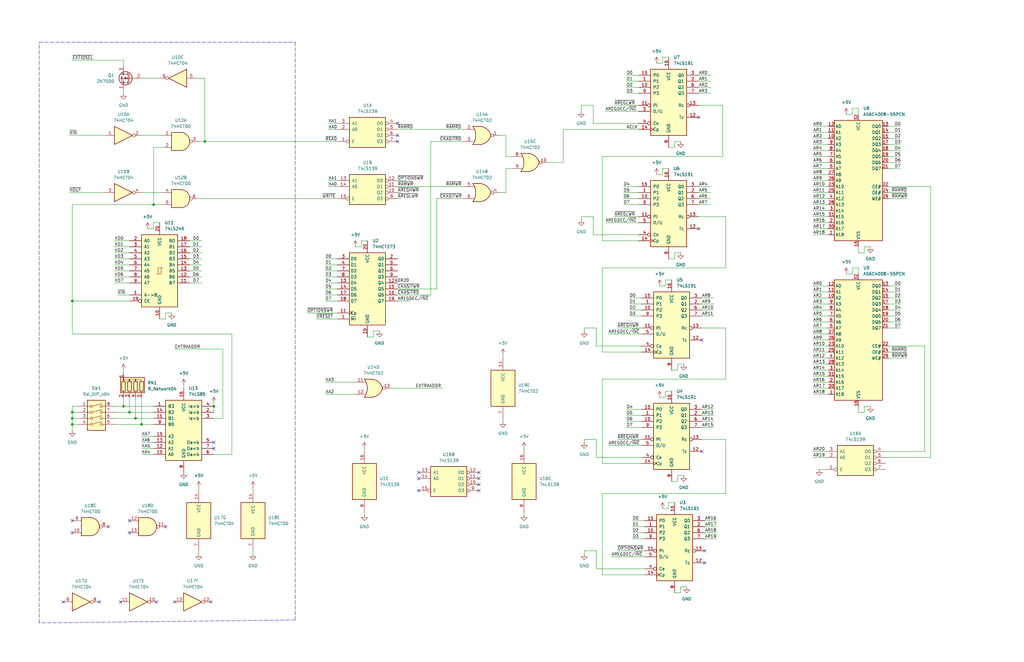
<source format=kicad_sch>
(kicad_sch (version 20211123) (generator eeschema)
  (paper "B")
  (title_block (title "TRS-80 Serial RAM Buffer") (rev "A"))
  (junction (at 86.36 59.69))
  (junction (at 54.61 173.99))
  (junction (at 30.48 173.99))
  (junction (at 57.15 176.53))
  (junction (at 30.48 176.53))
  (junction (at 90.17 171.45))
  (junction (at 30.48 127))
  (junction (at 52.07 171.45))
  (junction (at 30.48 179.07))
  (junction (at 59.69 179.07))
  (junction (at 64.77 86.36))
  (no_connect (at 90.17 186.69))
  (no_connect (at 90.17 189.23))
  (no_connect (at 297.18 232.41))
  (no_connect (at 176.53 201.93))
  (no_connect (at 295.91 143.51))
  (no_connect (at 294.64 96.52))
  (no_connect (at 294.64 49.53))
  (no_connect (at 295.91 190.5))
  (no_connect (at 297.18 237.49))
  (no_connect (at 176.53 199.39))
  (no_connect (at 167.64 59.69))
  (no_connect (at 167.64 52.07))
  (no_connect (at 167.64 57.15))
  (no_connect (at 176.53 207.01))
  (no_connect (at 201.93 207.01))
  (no_connect (at 201.93 204.47))
  (no_connect (at 201.93 201.93))
  (no_connect (at 201.93 199.39))
  (no_connect (at -11.43 162.56))
  (no_connect (at 30.48 219.71))
  (no_connect (at 54.61 219.71))
  (no_connect (at 54.61 224.79))
  (no_connect (at 69.85 222.25))
  (no_connect (at 30.48 224.79))
  (no_connect (at 45.72 222.25))
  (no_connect (at 41.91 254))
  (no_connect (at 50.8 254))
  (no_connect (at 26.67 254))
  (no_connect (at 66.04 254))
  (no_connect (at 73.66 254))
  (no_connect (at 88.9 254))
  (wire (pts (xy 259.08 44.45) (xy 269.24 44.45)))
  (wire (pts (xy 342.9 88.9) (xy 349.25 88.9)))
  (wire (pts (xy 280.67 118.11) (xy 283.21 118.11)))
  (wire (pts (xy 152.4 104.14) (xy 152.4 101.6)))
  (wire (pts (xy 342.9 135.89) (xy 349.25 135.89)))
  (wire (pts (xy 287.02 250.19) (xy 287.02 247.65)))
  (wire (pts (xy 59.69 81.28) (xy 68.58 81.28)))
  (wire (pts (xy 251.46 146.05) (xy 270.51 146.05)))
  (wire (pts (xy 29.21 81.28) (xy 44.45 81.28)))
  (wire (pts (xy 283.21 156.21) (xy 285.75 156.21)))
  (wire (pts (xy 285.75 200.66) (xy 288.29 200.66)))
  (wire (pts (xy 264.16 172.72) (xy 270.51 172.72)))
  (wire (pts (xy 342.9 120.65) (xy 349.25 120.65)))
  (wire (pts (xy 250.19 44.45) (xy 245.11 44.45)))
  (wire (pts (xy 342.9 153.67) (xy 349.25 153.67)))
  (wire (pts (xy 181.61 124.46) (xy 181.61 59.69)))
  (wire (pts (xy 80.01 104.14) (xy 85.09 104.14)))
  (wire (pts (xy 359.41 115.57) (xy 359.41 113.03)))
  (wire (pts (xy 266.7 219.71) (xy 271.78 219.71)))
  (wire (pts (xy 359.41 48.26) (xy 359.41 45.72)))
  (wire (pts (xy 86.36 33.02) (xy 86.36 59.69)))
  (wire (pts (xy 254 195.58) (xy 270.51 195.58)))
  (wire (pts (xy 29.21 57.15) (xy 44.45 57.15)))
  (wire (pts (xy 57.15 167.64) (xy 57.15 176.53)))
  (wire (pts (xy 264.16 175.26) (xy 270.51 175.26)))
  (wire (pts (xy 281.94 212.09) (xy 284.48 212.09)))
  (wire (pts (xy 106.68 205.74) (xy 106.68 207.01)))
  (wire (pts (xy 260.35 138.43) (xy 270.51 138.43)))
  (wire (pts (xy 342.9 140.97) (xy 349.25 140.97)))
  (wire (pts (xy 167.64 119.38) (xy 166.37 119.38)))
  (wire (pts (xy 30.48 179.07) (xy 33.02 179.07)))
  (wire (pts (xy 165.1 163.83) (xy 186.69 163.83)))
  (wire (pts (xy 30.48 173.99) (xy 33.02 173.99)))
  (wire (pts (xy 64.77 179.07) (xy 59.69 179.07)))
  (wire (pts (xy 264.16 31.75) (xy 269.24 31.75)))
  (wire (pts (xy 57.15 176.53) (xy 64.77 176.53)))
  (wire (pts (xy 250.19 99.06) (xy 269.24 99.06)))
  (wire (pts (xy 30.48 181.61) (xy 30.48 179.07)))
  (wire (pts (xy 83.82 205.74) (xy 83.82 207.01)))
  (wire (pts (xy 251.46 138.43) (xy 246.38 138.43)))
  (wire (pts (xy 300.99 133.35) (xy 295.91 133.35)))
  (wire (pts (xy 255.27 93.98) (xy 269.24 93.98)))
  (wire (pts (xy 83.82 83.82) (xy 142.24 83.82)))
  (wire (pts (xy 281.94 109.22) (xy 284.48 109.22)))
  (wire (pts (xy 264.16 39.37) (xy 269.24 39.37)))
  (wire (pts (xy 276.86 73.66) (xy 279.4 73.66)))
  (wire (pts (xy 246.38 232.41) (xy 246.38 233.68)))
  (wire (pts (xy 86.36 33.02) (xy 82.55 33.02)))
  (wire (pts (xy 300.99 130.81) (xy 295.91 130.81)))
  (wire (pts (xy 250.19 91.44) (xy 245.11 91.44)))
  (wire (pts (xy 167.64 78.74) (xy 195.58 78.74)))
  (wire (pts (xy 48.26 114.3) (xy 54.61 114.3)))
  (wire (pts (xy 251.46 232.41) (xy 246.38 232.41)))
  (wire (pts (xy 86.36 59.69) (xy 142.24 59.69)))
  (wire (pts (xy 137.16 127) (xy 142.24 127)))
  (wire (pts (xy 80.01 111.76) (xy 85.09 111.76)))
  (wire (pts (xy 67.31 33.02) (xy 59.69 33.02)))
  (wire (pts (xy 304.8 66.04) (xy 254 66.04)))
  (wire (pts (xy 342.9 166.37) (xy 349.25 166.37)))
  (wire (pts (xy 59.69 189.23) (xy 64.77 189.23)))
  (wire (pts (xy 265.43 128.27) (xy 270.51 128.27)))
  (wire (pts (xy 284.48 106.68) (xy 287.02 106.68)))
  (wire (pts (xy 138.43 52.07) (xy 142.24 52.07)))
  (wire (pts (xy 137.16 109.22) (xy 142.24 109.22)))
  (wire (pts (xy 389.89 146.05) (xy 389.89 190.5)))
  (wire (pts (xy 280.67 167.64) (xy 280.67 165.1)))
  (wire (pts (xy 364.49 106.68) (xy 364.49 104.14)))
  (wire (pts (xy 69.85 134.62) (xy 69.85 132.08)))
  (wire (pts (xy 97.79 191.77) (xy 97.79 140.97)))
  (wire (pts (xy 279.4 26.67) (xy 279.4 24.13)))
  (wire (pts (xy 342.9 146.05) (xy 349.25 146.05)))
  (wire (pts (xy 280.67 120.65) (xy 280.67 118.11)))
  (wire (pts (xy 285.75 203.2) (xy 285.75 200.66)))
  (wire (pts (xy 52.07 156.21) (xy 52.07 157.48)))
  (wire (pts (xy 285.75 156.21) (xy 285.75 153.67)))
  (wire (pts (xy 260.35 232.41) (xy 271.78 232.41)))
  (wire (pts (xy 251.46 193.04) (xy 270.51 193.04)))
  (wire (pts (xy 262.89 81.28) (xy 269.24 81.28)))
  (polyline (pts (xy 16.51 262.89) (xy 16.51 17.78)))
  (wire (pts (xy 30.48 86.36) (xy 30.48 127)))
  (wire (pts (xy 299.72 36.83) (xy 294.64 36.83)))
  (wire (pts (xy 281.94 62.23) (xy 284.48 62.23)))
  (wire (pts (xy 342.9 63.5) (xy 349.25 63.5)))
  (wire (pts (xy 52.07 167.64) (xy 52.07 171.45)))
  (wire (pts (xy 137.16 161.29) (xy 149.86 161.29)))
  (wire (pts (xy 48.26 101.6) (xy 54.61 101.6)))
  (wire (pts (xy 265.43 130.81) (xy 270.51 130.81)))
  (wire (pts (xy 64.77 93.98) (xy 67.31 93.98)))
  (wire (pts (xy 342.9 130.81) (xy 349.25 130.81)))
  (wire (pts (xy 283.21 203.2) (xy 285.75 203.2)))
  (wire (pts (xy 300.99 180.34) (xy 295.91 180.34)))
  (wire (pts (xy 259.08 91.44) (xy 269.24 91.44)))
  (wire (pts (xy 77.47 162.56) (xy 77.47 163.83)))
  (wire (pts (xy 172.72 127) (xy 167.64 127)))
  (wire (pts (xy 157.48 139.7) (xy 160.02 139.7)))
  (wire (pts (xy 251.46 185.42) (xy 246.38 185.42)))
  (wire (pts (xy 256.54 187.96) (xy 270.51 187.96)))
  (wire (pts (xy 284.48 62.23) (xy 284.48 59.69)))
  (wire (pts (xy 52.07 39.37) (xy 52.07 38.1)))
  (wire (pts (xy 342.9 68.58) (xy 349.25 68.58)))
  (wire (pts (xy 64.77 86.36) (xy 64.77 62.23)))
  (wire (pts (xy 364.49 104.14) (xy 367.03 104.14)))
  (wire (pts (xy 168.91 83.82) (xy 167.64 83.82)))
  (wire (pts (xy 64.77 62.23) (xy 68.58 62.23)))
  (wire (pts (xy 80.01 101.6) (xy 85.09 101.6)))
  (wire (pts (xy 374.65 138.43) (xy 379.73 138.43)))
  (wire (pts (xy 93.98 147.32) (xy 73.66 147.32)))
  (wire (pts (xy 300.99 125.73) (xy 295.91 125.73)))
  (wire (pts (xy 382.27 151.13) (xy 374.65 151.13)))
  (wire (pts (xy 48.26 116.84) (xy 54.61 116.84)))
  (wire (pts (xy 254 101.6) (xy 269.24 101.6)))
  (wire (pts (xy 389.89 190.5) (xy 373.38 190.5)))
  (wire (pts (xy 246.38 185.42) (xy 246.38 186.69)))
  (wire (pts (xy 342.9 133.35) (xy 349.25 133.35)))
  (wire (pts (xy 167.64 124.46) (xy 181.61 124.46)))
  (wire (pts (xy 276.86 26.67) (xy 279.4 26.67)))
  (wire (pts (xy 251.46 138.43) (xy 251.46 146.05)))
  (wire (pts (xy 364.49 173.99) (xy 364.49 171.45)))
  (wire (pts (xy 48.26 104.14) (xy 54.61 104.14)))
  (wire (pts (xy 300.99 128.27) (xy 295.91 128.27)))
  (wire (pts (xy 90.17 170.18) (xy 90.17 171.45)))
  (wire (pts (xy 250.19 52.07) (xy 269.24 52.07)))
  (wire (pts (xy 266.7 224.79) (xy 271.78 224.79)))
  (wire (pts (xy 152.4 101.6) (xy 154.94 101.6)))
  (wire (pts (xy 80.01 109.22) (xy 85.09 109.22)))
  (wire (pts (xy 167.64 54.61) (xy 195.58 54.61)))
  (wire (pts (xy 302.26 219.71) (xy 297.18 219.71)))
  (wire (pts (xy 220.98 215.9) (xy 220.98 217.17)))
  (wire (pts (xy 306.07 160.02) (xy 254 160.02)))
  (wire (pts (xy 302.26 224.79) (xy 297.18 224.79)))
  (wire (pts (xy 359.41 113.03) (xy 361.95 113.03)))
  (wire (pts (xy 157.48 142.24) (xy 157.48 139.7)))
  (wire (pts (xy 138.43 54.61) (xy 142.24 54.61)))
  (wire (pts (xy 129.54 132.08) (xy 142.24 132.08)))
  (wire (pts (xy 83.82 232.41) (xy 83.82 233.68)))
  (wire (pts (xy 392.43 78.74) (xy 392.43 193.04)))
  (wire (pts (xy 137.16 114.3) (xy 142.24 114.3)))
  (wire (pts (xy 254 242.57) (xy 271.78 242.57)))
  (wire (pts (xy 246.38 138.43) (xy 246.38 139.7)))
  (wire (pts (xy 361.95 171.45) (xy 361.95 173.99)))
  (wire (pts (xy 299.72 34.29) (xy 294.64 34.29)))
  (wire (pts (xy 299.72 78.74) (xy 294.64 78.74)))
  (wire (pts (xy 137.16 124.46) (xy 142.24 124.46)))
  (wire (pts (xy 256.54 140.97) (xy 270.51 140.97)))
  (wire (pts (xy 237.49 54.61) (xy 269.24 54.61)))
  (wire (pts (xy 30.48 173.99) (xy 30.48 171.45)))
  (wire (pts (xy 374.65 123.19) (xy 379.73 123.19)))
  (wire (pts (xy 382.27 83.82) (xy 374.65 83.82)))
  (wire (pts (xy 342.9 158.75) (xy 349.25 158.75)))
  (wire (pts (xy 359.41 45.72) (xy 361.95 45.72)))
  (wire (pts (xy 300.99 177.8) (xy 295.91 177.8)))
  (wire (pts (xy 342.9 151.13) (xy 349.25 151.13)))
  (wire (pts (xy 262.89 83.82) (xy 269.24 83.82)))
  (wire (pts (xy 342.9 86.36) (xy 349.25 86.36)))
  (wire (pts (xy 342.9 58.42) (xy 349.25 58.42)))
  (wire (pts (xy 52.07 25.4) (xy 52.07 27.94)))
  (wire (pts (xy 300.99 175.26) (xy 295.91 175.26)))
  (wire (pts (xy 342.9 193.04) (xy 347.98 193.04)))
  (wire (pts (xy 80.01 106.68) (xy 85.09 106.68)))
  (wire (pts (xy 342.9 53.34) (xy 349.25 53.34)))
  (wire (pts (xy 48.26 111.76) (xy 54.61 111.76)))
  (wire (pts (xy 30.48 140.97) (xy 30.48 127)))
  (wire (pts (xy 48.26 109.22) (xy 54.61 109.22)))
  (wire (pts (xy 149.86 104.14) (xy 152.4 104.14)))
  (wire (pts (xy 59.69 191.77) (xy 64.77 191.77)))
  (wire (pts (xy 262.89 86.36) (xy 269.24 86.36)))
  (wire (pts (xy 30.48 25.4) (xy 52.07 25.4)))
  (wire (pts (xy 237.49 68.58) (xy 237.49 54.61)))
  (wire (pts (xy 342.9 163.83) (xy 349.25 163.83)))
  (wire (pts (xy 254 148.59) (xy 270.51 148.59)))
  (wire (pts (xy 342.9 55.88) (xy 349.25 55.88)))
  (wire (pts (xy 361.95 113.03) (xy 361.95 115.57)))
  (wire (pts (xy 281.94 214.63) (xy 281.94 212.09)))
  (wire (pts (xy 374.65 58.42) (xy 379.73 58.42)))
  (wire (pts (xy 54.61 167.64) (xy 54.61 173.99)))
  (wire (pts (xy 342.9 161.29) (xy 349.25 161.29)))
  (wire (pts (xy 231.14 68.58) (xy 237.49 68.58)))
  (wire (pts (xy 279.4 71.12) (xy 281.94 71.12)))
  (wire (pts (xy 279.4 73.66) (xy 279.4 71.12)))
  (wire (pts (xy 168.91 81.28) (xy 167.64 81.28)))
  (wire (pts (xy 80.01 116.84) (xy 85.09 116.84)))
  (wire (pts (xy 210.82 57.15) (xy 213.36 57.15)))
  (wire (pts (xy 54.61 127) (xy 30.48 127)))
  (wire (pts (xy 62.23 96.52) (xy 64.77 96.52)))
  (polyline (pts (xy 124.46 17.78) (xy 124.46 261.62)))
  (wire (pts (xy 299.72 39.37) (xy 294.64 39.37)))
  (wire (pts (xy 138.43 76.2) (xy 142.24 76.2)))
  (wire (pts (xy 342.9 71.12) (xy 349.25 71.12)))
  (wire (pts (xy 299.72 81.28) (xy 294.64 81.28)))
  (wire (pts (xy 52.07 171.45) (xy 64.77 171.45)))
  (wire (pts (xy 364.49 171.45) (xy 367.03 171.45)))
  (wire (pts (xy 278.13 167.64) (xy 280.67 167.64)))
  (wire (pts (xy 361.95 45.72) (xy 361.95 48.26)))
  (wire (pts (xy 374.65 130.81) (xy 379.73 130.81)))
  (wire (pts (xy 59.69 186.69) (xy 64.77 186.69)))
  (wire (pts (xy 250.19 91.44) (xy 250.19 99.06)))
  (wire (pts (xy 137.16 166.37) (xy 149.86 166.37)))
  (wire (pts (xy 80.01 119.38) (xy 85.09 119.38)))
  (wire (pts (xy 59.69 167.64) (xy 59.69 179.07)))
  (wire (pts (xy 306.07 113.03) (xy 254 113.03)))
  (wire (pts (xy 342.9 148.59) (xy 349.25 148.59)))
  (wire (pts (xy 342.9 78.74) (xy 349.25 78.74)))
  (wire (pts (xy 48.26 119.38) (xy 54.61 119.38)))
  (wire (pts (xy 137.16 116.84) (xy 142.24 116.84)))
  (wire (pts (xy 260.35 185.42) (xy 270.51 185.42)))
  (wire (pts (xy 302.26 222.25) (xy 297.18 222.25)))
  (wire (pts (xy 306.07 138.43) (xy 306.07 160.02)))
  (wire (pts (xy 295.91 138.43) (xy 306.07 138.43)))
  (wire (pts (xy 374.65 71.12) (xy 379.73 71.12)))
  (wire (pts (xy 80.01 114.3) (xy 85.09 114.3)))
  (wire (pts (xy 294.64 91.44) (xy 306.07 91.44)))
  (wire (pts (xy 264.16 177.8) (xy 270.51 177.8)))
  (wire (pts (xy 251.46 185.42) (xy 251.46 193.04)))
  (wire (pts (xy 374.65 60.96) (xy 379.73 60.96)))
  (wire (pts (xy 137.16 121.92) (xy 142.24 121.92)))
  (wire (pts (xy 342.9 81.28) (xy 349.25 81.28)))
  (wire (pts (xy 342.9 128.27) (xy 349.25 128.27)))
  (wire (pts (xy 213.36 66.04) (xy 215.9 66.04)))
  (wire (pts (xy 374.65 66.04) (xy 379.73 66.04)))
  (wire (pts (xy 255.27 46.99) (xy 269.24 46.99)))
  (wire (pts (xy 106.68 232.41) (xy 106.68 233.68)))
  (wire (pts (xy 266.7 227.33) (xy 271.78 227.33)))
  (wire (pts (xy 171.45 76.2) (xy 167.64 76.2)))
  (wire (pts (xy 138.43 78.74) (xy 142.24 78.74)))
  (wire (pts (xy 342.9 76.2) (xy 349.25 76.2)))
  (wire (pts (xy 306.07 91.44) (xy 306.07 113.03)))
  (wire (pts (xy 382.27 81.28) (xy 374.65 81.28)))
  (wire (pts (xy 347.98 198.12) (xy 345.44 198.12)))
  (wire (pts (xy 59.69 184.15) (xy 64.77 184.15)))
  (wire (pts (xy 48.26 106.68) (xy 54.61 106.68)))
  (wire (pts (xy 90.17 191.77) (xy 97.79 191.77)))
  (wire (pts (xy 30.48 176.53) (xy 33.02 176.53)))
  (wire (pts (xy 90.17 171.45) (xy 90.17 173.99)))
  (wire (pts (xy 251.46 232.41) (xy 251.46 240.03)))
  (wire (pts (xy 361.95 106.68) (xy 364.49 106.68)))
  (wire (pts (xy 294.64 44.45) (xy 304.8 44.45)))
  (wire (pts (xy 374.65 133.35) (xy 379.73 133.35)))
  (wire (pts (xy 210.82 81.28) (xy 213.36 81.28)))
  (wire (pts (xy 342.9 83.82) (xy 349.25 83.82)))
  (wire (pts (xy 181.61 59.69) (xy 195.58 59.69)))
  (polyline (pts (xy 16.51 17.78) (xy 124.46 17.78)))
  (wire (pts (xy 251.46 240.03) (xy 271.78 240.03)))
  (wire (pts (xy 374.65 78.74) (xy 392.43 78.74)))
  (wire (pts (xy 49.53 124.46) (xy 54.61 124.46)))
  (wire (pts (xy 265.43 133.35) (xy 270.51 133.35)))
  (wire (pts (xy 361.95 104.14) (xy 361.95 106.68)))
  (wire (pts (xy 213.36 71.12) (xy 213.36 81.28)))
  (wire (pts (xy 374.65 53.34) (xy 379.73 53.34)))
  (wire (pts (xy 265.43 125.73) (xy 270.51 125.73)))
  (wire (pts (xy 374.65 128.27) (xy 379.73 128.27)))
  (wire (pts (xy 142.24 134.62) (xy 133.35 134.62)))
  (wire (pts (xy 153.67 215.9) (xy 153.67 217.17)))
  (wire (pts (xy 220.98 189.23) (xy 220.98 190.5)))
  (wire (pts (xy 306.07 185.42) (xy 306.07 208.28)))
  (wire (pts (xy 245.11 91.44) (xy 245.11 92.71)))
  (wire (pts (xy 382.27 148.59) (xy 374.65 148.59)))
  (wire (pts (xy 213.36 71.12) (xy 215.9 71.12)))
  (wire (pts (xy 284.48 250.19) (xy 287.02 250.19)))
  (wire (pts (xy 299.72 31.75) (xy 294.64 31.75)))
  (wire (pts (xy 342.9 190.5) (xy 347.98 190.5)))
  (wire (pts (xy 254 66.04) (xy 254 101.6)))
  (wire (pts (xy 356.87 48.26) (xy 359.41 48.26)))
  (wire (pts (xy 184.15 121.92) (xy 184.15 83.82)))
  (wire (pts (xy 356.87 115.57) (xy 359.41 115.57)))
  (wire (pts (xy 392.43 193.04) (xy 373.38 193.04)))
  (wire (pts (xy 83.82 59.69) (xy 86.36 59.69)))
  (wire (pts (xy 90.17 176.53) (xy 93.98 176.53)))
  (wire (pts (xy 299.72 86.36) (xy 294.64 86.36)))
  (wire (pts (xy 30.48 176.53) (xy 30.48 173.99)))
  (wire (pts (xy 67.31 134.62) (xy 69.85 134.62)))
  (wire (pts (xy 30.48 171.45) (xy 33.02 171.45)))
  (wire (pts (xy 250.19 44.45) (xy 250.19 52.07)))
  (wire (pts (xy 279.4 214.63) (xy 281.94 214.63)))
  (wire (pts (xy 342.9 156.21) (xy 349.25 156.21)))
  (wire (pts (xy 59.69 57.15) (xy 68.58 57.15)))
  (wire (pts (xy 59.69 179.07) (xy 48.26 179.07)))
  (wire (pts (xy 342.9 143.51) (xy 349.25 143.51)))
  (wire (pts (xy 374.65 146.05) (xy 389.89 146.05)))
  (wire (pts (xy 280.67 165.1) (xy 283.21 165.1)))
  (wire (pts (xy 184.15 83.82) (xy 195.58 83.82)))
  (wire (pts (xy 302.26 227.33) (xy 297.18 227.33)))
  (wire (pts (xy 374.65 55.88) (xy 379.73 55.88)))
  (wire (pts (xy 342.9 66.04) (xy 349.25 66.04)))
  (wire (pts (xy 213.36 57.15) (xy 213.36 66.04)))
  (wire (pts (xy 64.77 96.52) (xy 64.77 93.98)))
  (wire (pts (xy 264.16 180.34) (xy 270.51 180.34)))
  (wire (pts (xy 295.91 185.42) (xy 306.07 185.42)))
  (wire (pts (xy 342.9 96.52) (xy 349.25 96.52)))
  (wire (pts (xy 342.9 60.96) (xy 349.25 60.96)))
  (polyline (pts (xy 124.46 261.62) (xy 16.51 262.89)))
  (wire (pts (xy 342.9 138.43) (xy 349.25 138.43)))
  (wire (pts (xy 264.16 34.29) (xy 269.24 34.29)))
  (wire (pts (xy 254 160.02) (xy 254 195.58)))
  (wire (pts (xy 306.07 208.28) (xy 254 208.28)))
  (wire (pts (xy 257.81 234.95) (xy 271.78 234.95)))
  (wire (pts (xy 137.16 111.76) (xy 142.24 111.76)))
  (wire (pts (xy 54.61 173.99) (xy 48.26 173.99)))
  (wire (pts (xy 167.64 121.92) (xy 184.15 121.92)))
  (wire (pts (xy 299.72 83.82) (xy 294.64 83.82)))
  (wire (pts (xy 254 113.03) (xy 254 148.59)))
  (wire (pts (xy 254 208.28) (xy 254 242.57)))
  (wire (pts (xy 48.26 171.45) (xy 52.07 171.45)))
  (wire (pts (xy 284.48 59.69) (xy 287.02 59.69)))
  (wire (pts (xy 374.65 68.58) (xy 379.73 68.58)))
  (wire (pts (xy 30.48 86.36) (xy 64.77 86.36)))
  (wire (pts (xy 245.11 44.45) (xy 245.11 46.99)))
  (wire (pts (xy 212.09 176.53) (xy 212.09 177.8)))
  (wire (pts (xy 342.9 123.19) (xy 349.25 123.19)))
  (wire (pts (xy 374.65 63.5) (xy 379.73 63.5)))
  (wire (pts (xy 48.26 176.53) (xy 57.15 176.53)))
  (wire (pts (xy 64.77 173.99) (xy 54.61 173.99)))
  (wire (pts (xy 284.48 109.22) (xy 284.48 106.68)))
  (wire (pts (xy 212.09 149.86) (xy 212.09 151.13)))
  (wire (pts (xy 342.9 99.06) (xy 349.25 99.06)))
  (wire (pts (xy 137.16 119.38) (xy 142.24 119.38)))
  (wire (pts (xy 154.94 142.24) (xy 157.48 142.24)))
  (wire (pts (xy 374.65 135.89) (xy 379.73 135.89)))
  (wire (pts (xy 287.02 247.65) (xy 289.56 247.65)))
  (wire (pts (xy 64.77 86.36) (xy 68.58 86.36)))
  (wire (pts (xy 278.13 120.65) (xy 280.67 120.65)))
  (wire (pts (xy 342.9 73.66) (xy 349.25 73.66)))
  (wire (pts (xy 285.75 153.67) (xy 288.29 153.67)))
  (wire (pts (xy 300.99 172.72) (xy 295.91 172.72)))
  (wire (pts (xy 266.7 222.25) (xy 271.78 222.25)))
  (wire (pts (xy 342.9 93.98) (xy 349.25 93.98)))
  (wire (pts (xy 374.65 120.65) (xy 379.73 120.65)))
  (wire (pts (xy 69.85 132.08) (xy 72.39 132.08)))
  (wire (pts (xy 361.95 173.99) (xy 364.49 173.99)))
  (wire (pts (xy 264.16 36.83) (xy 269.24 36.83)))
  (wire (pts (xy 93.98 176.53) (xy 93.98 147.32)))
  (wire (pts (xy 262.89 78.74) (xy 269.24 78.74)))
  (wire (pts (xy 279.4 24.13) (xy 281.94 24.13)))
  (wire (pts (xy 342.9 125.73) (xy 349.25 125.73)))
  (wire (pts (xy 153.67 189.23) (xy 153.67 190.5)))
  (wire (pts (xy 342.9 91.44) (xy 349.25 91.44)))
  (wire (pts (xy 304.8 44.45) (xy 304.8 66.04)))
  (wire (pts (xy 30.48 179.07) (xy 30.48 176.53)))
  (wire (pts (xy 374.65 125.73) (xy 379.73 125.73)))
  (wire (pts (xy 97.79 140.97) (xy 30.48 140.97)))
  (label "AR18" (at 342.9 166.37 0))
  (label "D2" (at 377.19 125.73 0))
  (label "AR3" (at 342.9 128.27 0))
  (label "D6" (at 377.19 135.89 0))
  (label "D3" (at 265.43 133.35 0))
  (label "AR10" (at 295.91 130.81 0))
  (label "AR5" (at 342.9 133.35 0))
  (label "~{RAMRD}" (at 375.92 81.28 0))
  (label "AREGDEC{slash}~{INC}" (at 255.27 46.99 0))
  (label "~{XIN}" (at 29.21 57.15 0))
  (label "D1" (at 265.43 128.27 0))
  (label "AR7" (at 342.9 138.43 0))
  (label "AR19" (at 342.9 193.04 0))
  (label "D4" (at 264.16 172.72 0))
  (label "~{CKASITRD}" (at 167.64 124.46 0))
  (label "D3" (at 264.16 39.37 0))
  (label "D4" (at 377.19 63.5 0))
  (label "~{RAMRD}" (at 375.92 148.59 0))
  (label "D2" (at 81.28 106.68 0))
  (label "D2" (at 377.19 58.42 0))
  (label "AREGDEC{slash}~{INC}" (at 167.64 127 0))
  (label "AR2" (at 342.9 125.73 0))
  (label "AR18" (at 297.18 224.79 0))
  (label "AR14" (at 295.91 177.8 0))
  (label "XA5" (at 59.69 189.23 0))
  (label "D2" (at 266.7 224.79 0))
  (label "~{AREGHWR}" (at 260.35 138.43 0))
  (label "AR19" (at 297.18 227.33 0))
  (label "XA1" (at 138.43 52.07 0))
  (label "EXTRAADDR" (at 73.66 147.32 0))
  (label "AR9" (at 295.91 128.27 0))
  (label "AR0" (at 342.9 53.34 0))
  (label "AR15" (at 342.9 91.44 0))
  (label "AR15" (at 342.9 158.75 0))
  (label "AR4" (at 294.64 78.74 0))
  (label "XA0" (at 138.43 54.61 0))
  (label "AR8" (at 342.9 140.97 0))
  (label "XA3" (at 137.16 161.29 0))
  (label "EXTRAADDR" (at 175.26 163.83 0))
  (label "AR17" (at 297.18 222.25 0))
  (label "XD2" (at 48.26 106.68 0))
  (label "AR12" (at 295.91 172.72 0))
  (label "~{WRITE}" (at 135.89 83.82 0))
  (label "AR15" (at 295.91 180.34 0))
  (label "D0" (at 81.28 101.6 0))
  (label "D2" (at 137.16 114.3 0))
  (label "D1" (at 264.16 34.29 0))
  (label "~{XRESET}" (at 133.35 134.62 0))
  (label "D4" (at 137.16 119.38 0))
  (label "~{RAMWR}" (at 375.92 151.13 0))
  (label "AR9" (at 342.9 143.51 0))
  (label "D2" (at 264.16 36.83 0))
  (label "D0" (at 137.16 109.22 0))
  (label "~{EXTIOSEL}" (at 30.48 25.4 0))
  (label "AR8" (at 295.91 125.73 0))
  (label "XD1" (at 48.26 104.14 0))
  (label "XD5" (at 48.26 114.3 0))
  (label "~{XOUT}" (at 29.21 81.28 0))
  (label "D6" (at 137.16 124.46 0))
  (label "D4" (at 377.19 130.81 0))
  (label "ADR20" (at 166.37 119.38 0))
  (label "XA4" (at 59.69 191.77 0))
  (label "AR16" (at 297.18 219.71 0))
  (label "D6" (at 262.89 83.82 0))
  (label "~{OPTIONSWR}" (at 167.64 76.2 0))
  (label "AR16" (at 342.9 93.98 0))
  (label "D7" (at 137.16 127 0))
  (label "D0" (at 377.19 120.65 0))
  (label "XA0" (at 138.43 78.74 0))
  (label "AR17" (at 342.9 163.83 0))
  (label "AR13" (at 342.9 86.36 0))
  (label "D5" (at 81.28 114.3 0))
  (label "D0" (at 264.16 31.75 0))
  (label "AR1" (at 342.9 123.19 0))
  (label "D7" (at 377.19 71.12 0))
  (label "AR18" (at 342.9 99.06 0))
  (label "AR7" (at 342.9 71.12 0))
  (label "XD6" (at 48.26 116.84 0))
  (label "XA2" (at 137.16 166.37 0))
  (label "D7" (at 81.28 119.38 0))
  (label "AR0" (at 342.9 120.65 0))
  (label "D6" (at 264.16 177.8 0))
  (label "~{AREGLWR}" (at 259.08 44.45 0))
  (label "~{AREGLWR}" (at 167.64 83.82 0))
  (label "~{OPTIONSWR}" (at 129.54 132.08 0))
  (label "~{RAMWR}" (at 187.96 78.74 0))
  (label "AR4" (at 342.9 63.5 0))
  (label "AR13" (at 342.9 153.67 0))
  (label "AREGDEC{slash}~{INC}" (at 255.27 93.98 0))
  (label "XA6" (at 59.69 186.69 0))
  (label "D1" (at 137.16 111.76 0))
  (label "D0" (at 377.19 53.34 0))
  (label "AR5" (at 342.9 66.04 0))
  (label "AR12" (at 342.9 83.82 0))
  (label "~{CKASITWR}" (at 185.42 83.82 0))
  (label "D6" (at 377.19 68.58 0))
  (label "AR3" (at 294.64 39.37 0))
  (label "AR4" (at 342.9 130.81 0))
  (label "~{RAMRD}" (at 167.64 54.61 0))
  (label "AR2" (at 294.64 36.83 0))
  (label "D5" (at 377.19 133.35 0))
  (label "~{OPTIONSWR}" (at 260.35 232.41 0))
  (label "D5" (at 377.19 66.04 0))
  (label "AR14" (at 342.9 156.21 0))
  (label "D5" (at 264.16 175.26 0))
  (label "~{AREGHWR}" (at 167.64 81.28 0))
  (label "D3" (at 377.19 128.27 0))
  (label "D5" (at 262.89 81.28 0))
  (label "AR17" (at 342.9 96.52 0))
  (label "D7" (at 264.16 180.34 0))
  (label "AR7" (at 294.64 86.36 0))
  (label "AR1" (at 294.64 34.29 0))
  (label "AR14" (at 342.9 88.9 0))
  (label "AR11" (at 342.9 81.28 0))
  (label "AR11" (at 342.9 148.59 0))
  (label "~{READ}" (at 137.16 59.69 0))
  (label "AR13" (at 295.91 175.26 0))
  (label "AR20" (at 342.9 190.5 0))
  (label "D1" (at 377.19 123.19 0))
  (label "~{RAMWR}" (at 375.92 83.82 0))
  (label "AREGDEC{slash}~{INC}" (at 256.54 140.97 0))
  (label "~{AREGHWR}" (at 260.35 185.42 0))
  (label "D1" (at 266.7 222.25 0))
  (label "AR10" (at 342.9 78.74 0))
  (label "D4" (at 262.89 78.74 0))
  (label "AR1" (at 342.9 55.88 0))
  (label "AREGDEC{slash}~{INC}" (at 256.54 187.96 0))
  (label "AR6" (at 294.64 83.82 0))
  (label "XD7" (at 48.26 119.38 0))
  (label "XD3" (at 48.26 109.22 0))
  (label "D7" (at 377.19 138.43 0))
  (label "XD0" (at 48.26 101.6 0))
  (label "D4" (at 81.28 111.76 0))
  (label "AR0" (at 294.64 31.75 0))
  (label "XD4" (at 48.26 111.76 0))
  (label "~{RAMRD}" (at 187.96 54.61 0))
  (label "AR6" (at 342.9 135.89 0))
  (label "AR10" (at 342.9 146.05 0))
  (label "AR6" (at 342.9 68.58 0))
  (label "AR11" (at 295.91 133.35 0))
  (label "D7" (at 262.89 86.36 0))
  (label "AR12" (at 342.9 151.13 0))
  (label "D1" (at 81.28 104.14 0))
  (label "AR5" (at 294.64 81.28 0))
  (label "AR9" (at 342.9 76.2 0))
  (label "~{AREGLWR}" (at 259.08 91.44 0))
  (label "ACLK" (at 264.16 54.61 0))
  (label "AR2" (at 342.9 58.42 0))
  (label "D1" (at 377.19 55.88 0))
  (label "~{CKASITWR}" (at 167.64 121.92 0))
  (label "D2" (at 265.43 130.81 0))
  (label "XA1" (at 138.43 76.2 0))
  (label "AR8" (at 342.9 73.66 0))
  (label "D5" (at 137.16 121.92 0))
  (label "D3" (at 266.7 227.33 0))
  (label "AR3" (at 342.9 60.96 0))
  (label "D3" (at 81.28 109.22 0))
  (label "D3" (at 137.16 116.84 0))
  (label "AREGDEC{slash}~{INC}" (at 257.81 234.95 0))
  (label "D0" (at 265.43 125.73 0))
  (label "D3" (at 377.19 60.96 0))
  (label "D6" (at 81.28 116.84 0))
  (label "~{CKASITRD}" (at 185.42 59.69 0))
  (label "D0" (at 266.7 219.71 0))
  (label "~{XIN}" (at 49.53 124.46 0))
  (label "~{RAMWR}" (at 167.64 78.74 0))
  (label "AR16" (at 342.9 161.29 0))
  (label "XA7" (at 59.69 184.15 0))
  (symbol (lib_id "power:GND") (at 30.48 181.61 0) (unit 1)
    (property "Reference" "#PWR01" (effects hide))
    (property "Value" "GND" (at 30.48 186.69 0))
  )
  (symbol (lib_id "power:+5V") (at 90.17 170.18 0) (unit 1)
    (property "Reference" "#PWR0101" (effects hide))
    (property "Value" "+5V" (at 90.17 165.1 0))
  )
  (symbol (lib_id "power:+5V") (at 356.87 48.26 0) (unit 1)
    (property "Reference" "#PWR0111" (effects hide))
    (property "Value" "+5V" (at 356.87 43.18 0))
  )
  (symbol (lib_id "power:GND") (at 367.03 104.14 0) (unit 1)
    (property "Reference" "#PWR0112" (effects hide))
    (property "Value" "GND" (at 367.03 109.22 0))
  )
  (symbol (lib_id "74xx:74LS139") (at 220.98 203.2 0) (unit 3)
    (property "Reference" "U16" (at 227.33 201.9299 0) (effects (justify left)))
    (property "Value" "74LS139" (at 227.33 204.4699 0) (effects (justify left)))
    (property "Datasheet" "http://www.ti.com/lit/ds/symlink/sn74ls139a.pdf" (effects hide))
  )
  (symbol (lib_id "power:GND") (at 367.03 171.45 0) (unit 1)
    (property "Reference" "#PWR0104" (effects hide))
    (property "Value" "GND" (at 367.03 176.53 0))
  )
  (symbol (lib_id "power:GND") (at 220.98 217.17 0) (unit 1)
    (property "Reference" "#PWR022" (effects hide))
    (property "Value" "GND" (at 220.98 222.25 0))
  )
  (symbol (lib_id "74xx:74LS139") (at 153.67 203.2 0) (unit 3)
    (property "Reference" "U1" (at 160.02 201.9299 0) (effects (justify left)))
    (property "Value" "74LS139" (at 160.02 204.4699 0) (effects (justify left)))
    (property "Datasheet" "http://www.ti.com/lit/ds/symlink/sn74ls139a.pdf" (effects hide))
  )
  (symbol (lib_id "power:GND") (at 160.02 139.7 0) (unit 1)
    (property "Reference" "#PWR0113" (effects hide))
    (property "Value" "GND" (at 160.02 144.78 0))
  )
  (symbol (lib_id "power:GND") (at 246.38 233.68 0) (unit 1)
    (property "Reference" "#PWR018" (effects hide))
    (property "Value" "GND" (at 246.38 238.76 0))
  )
  (symbol (lib_id "power:+5V") (at 149.86 104.14 0) (unit 1)
    (property "Reference" "#PWR0114" (effects hide))
    (property "Value" "+5V" (at 149.86 99.06 0))
  )
  (symbol (lib_id "power:+5V") (at 62.23 96.52 0) (unit 1)
    (property "Reference" "#PWR04" (effects hide))
    (property "Value" "+5V" (at 62.23 91.44 0))
  )
  (symbol (lib_id "power:GND") (at 288.29 200.66 0) (unit 1)
    (property "Reference" "#PWR0108" (effects hide))
    (property "Value" "GND" (at 288.29 205.74 0))
  )
  (symbol (lib_id "power:GND") (at 245.11 92.71 0) (unit 1)
    (property "Reference" "#PWR015" (effects hide))
    (property "Value" "GND" (at 245.11 97.79 0))
  )
  (symbol (lib_id "74xx:74HCT00") (at 76.2 83.82 0) (unit 2)
    (property "Reference" "U12" (at 76.2 74.93 0))
    (property "Value" "74HCT00" (at 76.2 77.47 0))
    (property "Datasheet" "http://www.ti.com/lit/gpn/sn74hct00" (effects hide))
  )
  (symbol (lib_id "power:GND") (at 153.67 217.17 0) (unit 1)
    (property "Reference" "#PWR020" (effects hide))
    (property "Value" "GND" (at 153.67 222.25 0))
  )
  (symbol (lib_id "power:+5V") (at 278.13 167.64 0) (unit 1)
    (property "Reference" "#PWR0105" (effects hide))
    (property "Value" "+5V" (at 278.13 162.56 0))
  )
  (symbol (lib_id "power:GND") (at 245.11 46.99 0) (unit 1)
    (property "Reference" "#PWR0120" (effects hide))
    (property "Value" "GND" (at 245.11 52.07 0))
  )
  (symbol (lib_id "Switch:SW_DIP_x04") (at 40.64 176.53 0) (unit 1)
    (property "Reference" "SW1" (at 40.64 163.83 0))
    (property "Value" "SW_DIP_x04" (at 40.64 166.37 0))
  )
  (symbol (lib_id "74xx:74HCT02") (at 212.09 163.83 0) (unit 5)
    (property "Reference" "U19" (at 218.44 162.5599 0) (effects (justify left)))
    (property "Value" "74HCT02" (at 218.44 165.0999 0) (effects (justify left)))
    (property "Datasheet" "http://www.ti.com/lit/gpn/sn74hct02" (effects hide))
  )
  (symbol (lib_id "74xx:74LS85") (at 77.47 181.61 0) (unit 1)
    (property "Reference" "U13" (at 79.4894 163.83 0) (effects (justify left)))
    (property "Value" "74LS85" (at 79.4894 166.37 0) (effects (justify left)))
    (property "Datasheet" "http://www.ti.com/lit/gpn/sn74LS85" (effects hide))
  )
  (symbol (lib_id "74xx:74HCT04") (at 81.28 254 0) (unit 6)
    (property "Reference" "U17" (at 81.28 245.11 0))
    (property "Value" "74HCT04" (at 81.28 247.65 0))
    (property "Datasheet" "https://assets.nexperia.com/documents/data-sheet/74HC_HCT04.pdf" (effects hide))
  )
  (symbol (lib_id "power:GND") (at 246.38 186.69 0) (unit 1)
    (property "Reference" "#PWR017" (effects hide))
    (property "Value" "GND" (at 246.38 191.77 0))
  )
  (symbol (lib_id "power:GND") (at 106.68 233.68 0) (unit 1)
    (property "Reference" "#PWR012" (effects hide))
    (property "Value" "GND" (at 106.68 238.76 0))
  )
  (symbol (lib_id "74xx:74LS245") (at 67.31 114.3 0) (unit 1)
    (property "Reference" "U11" (at 69.3294 93.98 0) (effects (justify left)))
    (property "Value" "74LS245" (at 69.3294 96.52 0) (effects (justify left)))
    (property "Datasheet" "http://www.ti.com/lit/gpn/sn74LS245" (effects hide))
  )
  (symbol (lib_id "74xx:74HCT273") (at 154.94 121.92 0) (unit 1)
    (property "Reference" "U2" (at 156.9594 101.6 0) (effects (justify left)))
    (property "Value" "74HCT273" (at 156.9594 104.14 0) (effects (justify left)))
    (property "Datasheet" "https://assets.nexperia.com/documents/data-sheet/74HC_HCT273.pdf" (effects hide))
  )
  (symbol (lib_id "74xx:74LS191") (at 281.94 88.9 0) (unit 1)
    (property "Reference" "U6" (at 283.9594 71.12 0) (effects (justify left)))
    (property "Value" "74LS191" (at 283.9594 73.66 0) (effects (justify left)))
    (property "Datasheet" "http://www.ti.com/lit/gpn/sn74LS191" (effects hide))
  )
  (symbol (lib_id "74xx:74HCT00") (at 76.2 59.69 0) (unit 1)
    (property "Reference" "U12" (at 76.2 50.8 0))
    (property "Value" "74HCT00" (at 76.2 53.34 0))
    (property "Datasheet" "http://www.ti.com/lit/gpn/sn74hct00" (effects hide))
  )
  (symbol (lib_id "Memory_RAM:AS6C4008-55PCN") (at 361.95 76.2 0) (unit 1)
    (property "Reference" "U8" (at 363.9694 45.72 0) (effects (justify left)))
    (property "Value" "AS6C4008-55PCN" (at 363.9694 48.26 0) (effects (justify left)))
    (property "Footprint" "Package_DIP:DIP-32_W15.24mm" (effects hide))
    (property "Datasheet" "https://www.alliancememory.com/wp-content/uploads/pdf/AS6C4008.pdf" (effects hide))
  )
  (symbol (lib_id "power:GND") (at 83.82 233.68 0) (unit 1)
    (property "Reference" "#PWR010" (effects hide))
    (property "Value" "GND" (at 83.82 238.76 0))
  )
  (symbol (lib_id "74xx:74HCT02") (at 157.48 163.83 0) (unit 4)
    (property "Reference" "U14" (at 157.48 154.94 0))
    (property "Value" "74HCT02" (at 157.48 157.48 0))
    (property "Datasheet" "http://www.ti.com/lit/gpn/sn74hct02" (effects hide))
  )
  (symbol (lib_id "74xx:74HCT04") (at 52.07 57.15 0) (unit 1)
    (property "Reference" "U10" (at 52.07 48.26 0))
    (property "Value" "74HCT04" (at 52.07 50.8 0))
    (property "Datasheet" "https://assets.nexperia.com/documents/data-sheet/74HC_HCT04.pdf" (effects hide))
  )
  (symbol (lib_id "power:+5V") (at 278.13 120.65 0) (unit 1)
    (property "Reference" "#PWR0102" (effects hide))
    (property "Value" "+5V" (at 278.13 115.57 0))
  )
  (symbol (lib_id "74xx:74LS139") (at 154.94 54.61 0) (unit 1)
    (property "Reference" "U1" (at 154.94 44.45 0))
    (property "Value" "74LS139" (at 154.94 46.99 0))
    (property "Datasheet" "http://www.ti.com/lit/ds/symlink/sn74ls139a.pdf" (effects hide))
  )
  (symbol (lib_id "74xx:74LS139") (at 360.68 193.04 0) (unit 1)
    (property "Reference" "U16" (at 360.68 182.88 0))
    (property "Value" "74LS139" (at 360.68 185.42 0))
    (property "Datasheet" "http://www.ti.com/lit/ds/symlink/sn74ls139a.pdf" (effects hide))
  )
  (symbol (lib_id "74xx:74LS139") (at 189.23 201.93 0) (unit 2)
    (property "Reference" "U16" (at 189.23 191.77 0))
    (property "Value" "74LS139" (at 189.23 194.31 0))
    (property "Datasheet" "http://www.ti.com/lit/ds/symlink/sn74ls139a.pdf" (effects hide))
  )
  (symbol (lib_id "Memory_RAM:AS6C4008-55PCN") (at 361.95 143.51 0) (unit 1)
    (property "Reference" "U9" (at 363.9694 113.03 0) (effects (justify left)))
    (property "Value" "AS6C4008-55PCN" (at 363.9694 115.57 0) (effects (justify left)))
    (property "Footprint" "Package_DIP:DIP-32_W15.24mm" (effects hide))
    (property "Datasheet" "https://www.alliancememory.com/wp-content/uploads/pdf/AS6C4008.pdf" (effects hide))
  )
  (symbol (lib_id "74xx:74HCT04") (at 34.29 254 0) (unit 4)
    (property "Reference" "U17" (at 34.29 245.11 0))
    (property "Value" "74HCT04" (at 34.29 247.65 0))
    (property "Datasheet" "https://assets.nexperia.com/documents/data-sheet/74HC_HCT04.pdf" (effects hide))
  )
  (symbol (lib_id "74xx:74HCT00") (at 62.23 222.25 0) (unit 4)
    (property "Reference" "U18" (at 62.23 213.36 0))
    (property "Value" "74HCT00" (at 62.23 215.9 0))
    (property "Datasheet" "http://www.ti.com/lit/gpn/sn74hct00" (effects hide))
  )
  (symbol (lib_id "power:GND") (at 345.44 198.12 0) (unit 1)
    (property "Reference" "#PWR08" (effects hide))
    (property "Value" "GND" (at 345.44 203.2 0))
  )
  (symbol (lib_id "power:+5V") (at 153.67 189.23 0) (unit 1)
    (property "Reference" "#PWR019" (effects hide))
    (property "Value" "+5V" (at 153.67 184.15 0))
  )
  (symbol (lib_id "power:+5V") (at 276.86 26.67 0) (unit 1)
    (property "Reference" "#PWR0119" (effects hide))
    (property "Value" "+5V" (at 276.86 21.59 0))
  )
  (symbol (lib_id "Transistor_FET:2N7000") (at 54.61 33.02 0) (mirror y) (unit 1)
    (property "Reference" "Q1" (at 48.26 31.7499 0) (effects (justify left)))
    (property "Value" "2N7000" (at 48.26 34.2899 0) (effects (justify left)))
    (property "Footprint" "Package_TO_SOT_THT:TO-92_Inline" (effects hide))
    (property "Datasheet" "https://www.onsemi.com/pub/Collateral/NDS7002A-D.PDF" (effects hide))
  )
  (symbol (lib_id "power:GND") (at 212.09 177.8 0) (unit 1)
    (property "Reference" "#PWR014" (effects hide))
    (property "Value" "GND" (at 212.09 182.88 0))
  )
  (symbol (lib_id "74xx:74HCT02") (at 223.52 68.58 0) (unit 3)
    (property "Reference" "U15" (at 223.52 59.69 0))
    (property "Value" "74HCT02" (at 223.52 62.23 0))
    (property "Datasheet" "http://www.ti.com/lit/gpn/sn74hct02" (effects hide))
  )
  (symbol (lib_id "power:+5V") (at 276.86 73.66 0) (unit 1)
    (property "Reference" "#PWR0115" (effects hide))
    (property "Value" "+5V" (at 276.86 68.58 0))
  )
  (symbol (lib_id "74xx:74LS191") (at 284.48 229.87 0) (unit 1)
    (property "Reference" "U3" (at 286.4994 212.09 0) (effects (justify left)))
    (property "Value" "74LS191" (at 286.4994 214.63 0) (effects (justify left)))
    (property "Datasheet" "http://www.ti.com/lit/gpn/sn74LS191" (effects hide))
  )
  (symbol (lib_id "power:GND") (at 52.07 39.37 0) (unit 1)
    (property "Reference" "#PWR02" (effects hide))
    (property "Value" "GND" (at 52.07 44.45 0))
  )
  (symbol (lib_id "power:GND") (at 287.02 59.69 0) (unit 1)
    (property "Reference" "#PWR0121" (effects hide))
    (property "Value" "GND" (at 287.02 64.77 0))
  )
  (symbol (lib_id "74xx:74HCT00") (at 106.68 219.71 0) (unit 5)
    (property "Reference" "U18" (at 113.03 218.4399 0) (effects (justify left)))
    (property "Value" "74HCT00" (at 113.03 220.9799 0) (effects (justify left)))
    (property "Datasheet" "http://www.ti.com/lit/gpn/sn74hct00" (effects hide))
  )
  (symbol (lib_id "power:GND") (at 287.02 106.68 0) (unit 1)
    (property "Reference" "#PWR0118" (effects hide))
    (property "Value" "GND" (at 287.02 111.76 0))
  )
  (symbol (lib_id "power:GND") (at 77.47 199.39 0) (unit 1)
    (property "Reference" "#PWR07" (effects hide))
    (property "Value" "GND" (at 77.47 204.47 0))
  )
  (symbol (lib_id "74xx:74HCT02") (at 203.2 81.28 0) (unit 2)
    (property "Reference" "U14" (at 203.2 72.39 0))
    (property "Value" "74HCT02" (at 203.2 74.93 0))
    (property "Datasheet" "http://www.ti.com/lit/gpn/sn74hct02" (effects hide))
  )
  (symbol (lib_id "power:+5V") (at 106.68 205.74 0) (unit 1)
    (property "Reference" "#PWR011" (effects hide))
    (property "Value" "+5V" (at 106.68 200.66 0))
  )
  (symbol (lib_id "power:+5V") (at 212.09 149.86 0) (unit 1)
    (property "Reference" "#PWR013" (effects hide))
    (property "Value" "+5V" (at 212.09 144.78 0))
  )
  (symbol (lib_id "power:GND") (at 289.56 247.65 0) (unit 1)
    (property "Reference" "#PWR0110" (effects hide))
    (property "Value" "GND" (at 289.56 252.73 0))
  )
  (symbol (lib_id "power:+5V") (at 220.98 189.23 0) (unit 1)
    (property "Reference" "#PWR021" (effects hide))
    (property "Value" "+5V" (at 220.98 184.15 0))
  )
  (symbol (lib_id "74xx:74LS191") (at 283.21 135.89 0) (unit 1)
    (property "Reference" "U5" (at 285.2294 118.11 0) (effects (justify left)))
    (property "Value" "74LS191" (at 285.2294 120.65 0) (effects (justify left)))
    (property "Datasheet" "http://www.ti.com/lit/gpn/sn74LS191" (effects hide))
  )
  (symbol (lib_id "power:GND") (at 72.39 132.08 0) (unit 1)
    (property "Reference" "#PWR05" (effects hide))
    (property "Value" "GND" (at 72.39 137.16 0))
  )
  (symbol (lib_id "power:+5V") (at 279.4 214.63 0) (unit 1)
    (property "Reference" "#PWR0109" (effects hide))
    (property "Value" "+5V" (at 279.4 209.55 0))
  )
  (symbol (lib_id "power:+5V") (at 356.87 115.57 0) (unit 1)
    (property "Reference" "#PWR0103" (effects hide))
    (property "Value" "+5V" (at 356.87 110.49 0))
  )
  (symbol (lib_id "power:GND") (at 288.29 153.67 0) (unit 1)
    (property "Reference" "#PWR0117" (effects hide))
    (property "Value" "GND" (at 288.29 158.75 0))
  )
  (symbol (lib_id "power:+5V") (at 83.82 205.74 0) (unit 1)
    (property "Reference" "#PWR09" (effects hide))
    (property "Value" "+5V" (at 83.82 200.66 0))
  )
  (symbol (lib_id "Device:R_Network04") (at 57.15 162.56 0) (unit 1)
    (property "Reference" "RN1" (at 62.23 161.5439 0) (effects (justify left)))
    (property "Value" "R_Network04" (at 62.23 164.0839 0) (effects (justify left)))
    (property "Footprint" "Resistor_THT:R_Array_SIP5" (effects hide))
    (property "Datasheet" "http://www.vishay.com/docs/31509/csc.pdf" (effects hide))
  )
  (symbol (lib_id "power:+5V") (at 77.47 162.56 0) (unit 1)
    (property "Reference" "#PWR06" (effects hide))
    (property "Value" "+5V" (at 77.47 157.48 0))
  )
  (symbol (lib_id "74xx:74HCT04") (at 52.07 81.28 0) (unit 2)
    (property "Reference" "U10" (at 52.07 72.39 0))
    (property "Value" "74HCT04" (at 52.07 74.93 0))
    (property "Datasheet" "https://assets.nexperia.com/documents/data-sheet/74HC_HCT04.pdf" (effects hide))
  )
  (symbol (lib_id "74xx:74HCT04") (at 58.42 254 0) (unit 5)
    (property "Reference" "U17" (at 58.42 245.11 0))
    (property "Value" "74HCT04" (at 58.42 247.65 0))
    (property "Datasheet" "https://assets.nexperia.com/documents/data-sheet/74HC_HCT04.pdf" (effects hide))
  )
  (symbol (lib_id "74xx:74HCT04") (at 83.82 219.71 0) (unit 7)
    (property "Reference" "U17" (at 90.17 218.4399 0) (effects (justify left)))
    (property "Value" "74HCT04" (at 90.17 220.9799 0) (effects (justify left)))
    (property "Datasheet" "https://assets.nexperia.com/documents/data-sheet/74HC_HCT04.pdf" (effects hide))
  )
  (symbol (lib_id "74xx:74HCT04") (at 74.93 33.02 0) (mirror y) (unit 3)
    (property "Reference" "U10" (at 74.93 24.13 0))
    (property "Value" "74HCT04" (at 74.93 26.67 0))
    (property "Datasheet" "https://assets.nexperia.com/documents/data-sheet/74HC_HCT04.pdf" (effects hide))
  )
  (symbol (lib_id "74xx:74LS191") (at 281.94 41.91 0) (unit 1)
    (property "Reference" "U7" (at 283.9594 24.13 0) (effects (justify left)))
    (property "Value" "74LS191" (at 283.9594 26.67 0) (effects (justify left)))
    (property "Datasheet" "http://www.ti.com/lit/gpn/sn74LS191" (effects hide))
  )
  (symbol (lib_id "74xx:74HCT00") (at 38.1 222.25 0) (unit 3)
    (property "Reference" "U18" (at 38.1 213.36 0))
    (property "Value" "74HCT00" (at 38.1 215.9 0))
    (property "Datasheet" "http://www.ti.com/lit/gpn/sn74hct00" (effects hide))
  )
  (symbol (lib_id "74xx:74HCT02") (at 203.2 57.15 0) (unit 1)
    (property "Reference" "U14" (at 203.2 48.26 0))
    (property "Value" "74HCT02" (at 203.2 50.8 0))
    (property "Datasheet" "http://www.ti.com/lit/gpn/sn74hct02" (effects hide))
  )
  (symbol (lib_id "74xx:74LS139") (at 154.94 78.74 0) (unit 2)
    (property "Reference" "U1" (at 154.94 68.58 0))
    (property "Value" "74LS139" (at 154.94 71.12 0))
    (property "Datasheet" "http://www.ti.com/lit/ds/symlink/sn74ls139a.pdf" (effects hide))
  )
  (symbol (lib_id "power:+5V") (at 52.07 156.21 0) (unit 1)
    (property "Reference" "#PWR03" (effects hide))
    (property "Value" "+5V" (at 52.07 151.13 0))
  )
  (symbol (lib_id "power:GND") (at 246.38 139.7 0) (unit 1)
    (property "Reference" "#PWR016" (effects hide))
    (property "Value" "GND" (at 246.38 144.78 0))
  )
  (symbol (lib_id "74xx:74LS191") (at 283.21 182.88 0) (unit 1)
    (property "Reference" "U4" (at 285.2294 165.1 0) (effects (justify left)))
    (property "Value" "74LS191" (at 285.2294 167.64 0) (effects (justify left)))
    (property "Datasheet" "http://www.ti.com/lit/gpn/sn74LS191" (effects hide))
  )
)
</source>
